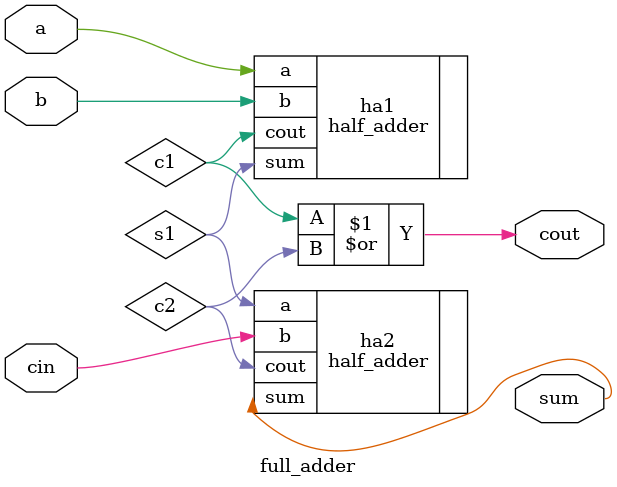
<source format=sv>
module full_adder (
    input a,
    input b,
    input cin,
    output cout,
    output sum
);

    wire s1, c1, c2;

    half_adder ha1 (.a(a), .b(b), .sum(s1), .cout(c1));
    half_adder ha2 (.a(s1), .b(cin), .sum(sum), .cout(c2));
    or (cout, c1, c2);

endmodule

</source>
